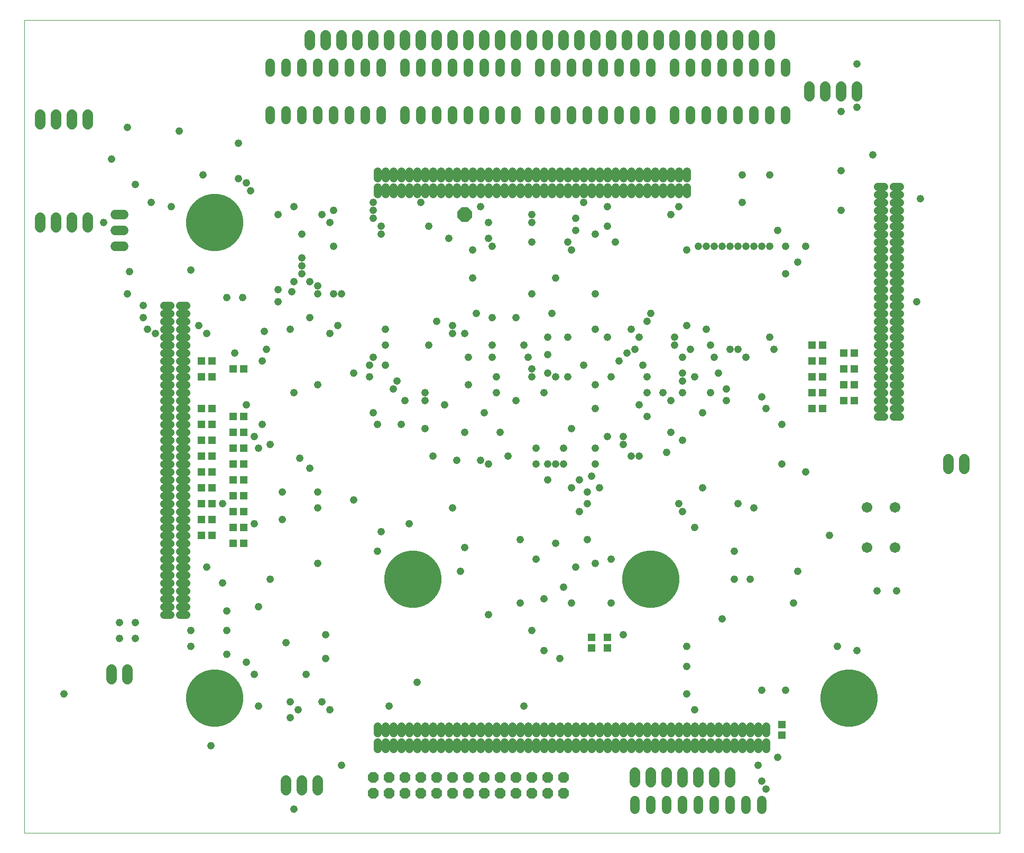
<source format=gbs>
G75*
G70*
%OFA0B0*%
%FSLAX24Y24*%
%IPPOS*%
%LPD*%
%AMOC8*
5,1,8,0,0,1.08239X$1,22.5*
%
%ADD10C,0.0000*%
%ADD11C,0.0500*%
%ADD12C,0.0600*%
%ADD13R,0.0474X0.0513*%
%ADD14R,0.0513X0.0474*%
%ADD15C,0.0680*%
%ADD16OC8,0.0680*%
%ADD17C,0.0674*%
%ADD18OC8,0.0930*%
%ADD19C,0.3623*%
%ADD20C,0.0476*%
D10*
X003680Y002180D02*
X003680Y053430D01*
X065180Y053430D01*
X065180Y002180D01*
X003680Y002180D01*
D11*
X012470Y015930D02*
X012890Y015930D01*
X012890Y016430D02*
X012470Y016430D01*
X012470Y016930D02*
X012890Y016930D01*
X012890Y017430D02*
X012470Y017430D01*
X012470Y017930D02*
X012890Y017930D01*
X012890Y018430D02*
X012470Y018430D01*
X012470Y018930D02*
X012890Y018930D01*
X012890Y019430D02*
X012470Y019430D01*
X012470Y019930D02*
X012890Y019930D01*
X012890Y020430D02*
X012470Y020430D01*
X012470Y020930D02*
X012890Y020930D01*
X012890Y021430D02*
X012470Y021430D01*
X012470Y021930D02*
X012890Y021930D01*
X012890Y022430D02*
X012470Y022430D01*
X012470Y022930D02*
X012890Y022930D01*
X012890Y023430D02*
X012470Y023430D01*
X012470Y023930D02*
X012890Y023930D01*
X012890Y024430D02*
X012470Y024430D01*
X012470Y024930D02*
X012890Y024930D01*
X012890Y025430D02*
X012470Y025430D01*
X012470Y025930D02*
X012890Y025930D01*
X012890Y026430D02*
X012470Y026430D01*
X012470Y026930D02*
X012890Y026930D01*
X012890Y027430D02*
X012470Y027430D01*
X012470Y027930D02*
X012890Y027930D01*
X012890Y028430D02*
X012470Y028430D01*
X012470Y028930D02*
X012890Y028930D01*
X012890Y029430D02*
X012470Y029430D01*
X012470Y029930D02*
X012890Y029930D01*
X012890Y030430D02*
X012470Y030430D01*
X012470Y030930D02*
X012890Y030930D01*
X012890Y031430D02*
X012470Y031430D01*
X012470Y031930D02*
X012890Y031930D01*
X012890Y032430D02*
X012470Y032430D01*
X012470Y032930D02*
X012890Y032930D01*
X012890Y033430D02*
X012470Y033430D01*
X012470Y033930D02*
X012890Y033930D01*
X012890Y034430D02*
X012470Y034430D01*
X012470Y034930D02*
X012890Y034930D01*
X012890Y035430D02*
X012470Y035430D01*
X013470Y035430D02*
X013890Y035430D01*
X013890Y034930D02*
X013470Y034930D01*
X013470Y034430D02*
X013890Y034430D01*
X013890Y033930D02*
X013470Y033930D01*
X013470Y033430D02*
X013890Y033430D01*
X013890Y032930D02*
X013470Y032930D01*
X013470Y032430D02*
X013890Y032430D01*
X013890Y031930D02*
X013470Y031930D01*
X013470Y031430D02*
X013890Y031430D01*
X013890Y030930D02*
X013470Y030930D01*
X013470Y030430D02*
X013890Y030430D01*
X013890Y029930D02*
X013470Y029930D01*
X013470Y029430D02*
X013890Y029430D01*
X013890Y028930D02*
X013470Y028930D01*
X013470Y028430D02*
X013890Y028430D01*
X013890Y027930D02*
X013470Y027930D01*
X013470Y027430D02*
X013890Y027430D01*
X013890Y026930D02*
X013470Y026930D01*
X013470Y026430D02*
X013890Y026430D01*
X013890Y025930D02*
X013470Y025930D01*
X013470Y025430D02*
X013890Y025430D01*
X013890Y024930D02*
X013470Y024930D01*
X013470Y024430D02*
X013890Y024430D01*
X013890Y023930D02*
X013470Y023930D01*
X013470Y023430D02*
X013890Y023430D01*
X013890Y022930D02*
X013470Y022930D01*
X013470Y022430D02*
X013890Y022430D01*
X013890Y021930D02*
X013470Y021930D01*
X013470Y021430D02*
X013890Y021430D01*
X013890Y020930D02*
X013470Y020930D01*
X013470Y020430D02*
X013890Y020430D01*
X013890Y019930D02*
X013470Y019930D01*
X013470Y019430D02*
X013890Y019430D01*
X013890Y018930D02*
X013470Y018930D01*
X013470Y018430D02*
X013890Y018430D01*
X013890Y017930D02*
X013470Y017930D01*
X013470Y017430D02*
X013890Y017430D01*
X013890Y016930D02*
X013470Y016930D01*
X013470Y016430D02*
X013890Y016430D01*
X013890Y015930D02*
X013470Y015930D01*
X025930Y008890D02*
X025930Y008470D01*
X026430Y008470D02*
X026430Y008890D01*
X026930Y008890D02*
X026930Y008470D01*
X027430Y008470D02*
X027430Y008890D01*
X027930Y008890D02*
X027930Y008470D01*
X028430Y008470D02*
X028430Y008890D01*
X028930Y008890D02*
X028930Y008470D01*
X029430Y008470D02*
X029430Y008890D01*
X029930Y008890D02*
X029930Y008470D01*
X030430Y008470D02*
X030430Y008890D01*
X030930Y008890D02*
X030930Y008470D01*
X031430Y008470D02*
X031430Y008890D01*
X031930Y008890D02*
X031930Y008470D01*
X032430Y008470D02*
X032430Y008890D01*
X032930Y008890D02*
X032930Y008470D01*
X033430Y008470D02*
X033430Y008890D01*
X033930Y008890D02*
X033930Y008470D01*
X034430Y008470D02*
X034430Y008890D01*
X034930Y008890D02*
X034930Y008470D01*
X035430Y008470D02*
X035430Y008890D01*
X035930Y008890D02*
X035930Y008470D01*
X036430Y008470D02*
X036430Y008890D01*
X036930Y008890D02*
X036930Y008470D01*
X037430Y008470D02*
X037430Y008890D01*
X037930Y008890D02*
X037930Y008470D01*
X038430Y008470D02*
X038430Y008890D01*
X038930Y008890D02*
X038930Y008470D01*
X039430Y008470D02*
X039430Y008890D01*
X039930Y008890D02*
X039930Y008470D01*
X040430Y008470D02*
X040430Y008890D01*
X040930Y008890D02*
X040930Y008470D01*
X041430Y008470D02*
X041430Y008890D01*
X041930Y008890D02*
X041930Y008470D01*
X042430Y008470D02*
X042430Y008890D01*
X042930Y008890D02*
X042930Y008470D01*
X043430Y008470D02*
X043430Y008890D01*
X043930Y008890D02*
X043930Y008470D01*
X044430Y008470D02*
X044430Y008890D01*
X044930Y008890D02*
X044930Y008470D01*
X045430Y008470D02*
X045430Y008890D01*
X045930Y008890D02*
X045930Y008470D01*
X046430Y008470D02*
X046430Y008890D01*
X046930Y008890D02*
X046930Y008470D01*
X047430Y008470D02*
X047430Y008890D01*
X047930Y008890D02*
X047930Y008470D01*
X048430Y008470D02*
X048430Y008890D01*
X048930Y008890D02*
X048930Y008470D01*
X049430Y008470D02*
X049430Y008890D01*
X049930Y008890D02*
X049930Y008470D01*
X050430Y008470D02*
X050430Y008890D01*
X050430Y007890D02*
X050430Y007470D01*
X049930Y007470D02*
X049930Y007890D01*
X049430Y007890D02*
X049430Y007470D01*
X048930Y007470D02*
X048930Y007890D01*
X048430Y007890D02*
X048430Y007470D01*
X047930Y007470D02*
X047930Y007890D01*
X047430Y007890D02*
X047430Y007470D01*
X046930Y007470D02*
X046930Y007890D01*
X046430Y007890D02*
X046430Y007470D01*
X045930Y007470D02*
X045930Y007890D01*
X045430Y007890D02*
X045430Y007470D01*
X044930Y007470D02*
X044930Y007890D01*
X044430Y007890D02*
X044430Y007470D01*
X043930Y007470D02*
X043930Y007890D01*
X043430Y007890D02*
X043430Y007470D01*
X042930Y007470D02*
X042930Y007890D01*
X042430Y007890D02*
X042430Y007470D01*
X041930Y007470D02*
X041930Y007890D01*
X041430Y007890D02*
X041430Y007470D01*
X040930Y007470D02*
X040930Y007890D01*
X040430Y007890D02*
X040430Y007470D01*
X039930Y007470D02*
X039930Y007890D01*
X039430Y007890D02*
X039430Y007470D01*
X038930Y007470D02*
X038930Y007890D01*
X038430Y007890D02*
X038430Y007470D01*
X037930Y007470D02*
X037930Y007890D01*
X037430Y007890D02*
X037430Y007470D01*
X036930Y007470D02*
X036930Y007890D01*
X036430Y007890D02*
X036430Y007470D01*
X035930Y007470D02*
X035930Y007890D01*
X035430Y007890D02*
X035430Y007470D01*
X034930Y007470D02*
X034930Y007890D01*
X034430Y007890D02*
X034430Y007470D01*
X033930Y007470D02*
X033930Y007890D01*
X033430Y007890D02*
X033430Y007470D01*
X032930Y007470D02*
X032930Y007890D01*
X032430Y007890D02*
X032430Y007470D01*
X031930Y007470D02*
X031930Y007890D01*
X031430Y007890D02*
X031430Y007470D01*
X030930Y007470D02*
X030930Y007890D01*
X030430Y007890D02*
X030430Y007470D01*
X029930Y007470D02*
X029930Y007890D01*
X029430Y007890D02*
X029430Y007470D01*
X028930Y007470D02*
X028930Y007890D01*
X028430Y007890D02*
X028430Y007470D01*
X027930Y007470D02*
X027930Y007890D01*
X027430Y007890D02*
X027430Y007470D01*
X026930Y007470D02*
X026930Y007890D01*
X026430Y007890D02*
X026430Y007470D01*
X025930Y007470D02*
X025930Y007890D01*
X057470Y028430D02*
X057890Y028430D01*
X057890Y028930D02*
X057470Y028930D01*
X057470Y029430D02*
X057890Y029430D01*
X057890Y029930D02*
X057470Y029930D01*
X057470Y030430D02*
X057890Y030430D01*
X057890Y030930D02*
X057470Y030930D01*
X057470Y031430D02*
X057890Y031430D01*
X057890Y031930D02*
X057470Y031930D01*
X057470Y032430D02*
X057890Y032430D01*
X057890Y032930D02*
X057470Y032930D01*
X057470Y033430D02*
X057890Y033430D01*
X057890Y033930D02*
X057470Y033930D01*
X057470Y034430D02*
X057890Y034430D01*
X057890Y034930D02*
X057470Y034930D01*
X057470Y035430D02*
X057890Y035430D01*
X057890Y035930D02*
X057470Y035930D01*
X057470Y036430D02*
X057890Y036430D01*
X057890Y036930D02*
X057470Y036930D01*
X057470Y037430D02*
X057890Y037430D01*
X057890Y037930D02*
X057470Y037930D01*
X057470Y038430D02*
X057890Y038430D01*
X057890Y038930D02*
X057470Y038930D01*
X057470Y039430D02*
X057890Y039430D01*
X057890Y039930D02*
X057470Y039930D01*
X057470Y040430D02*
X057890Y040430D01*
X057890Y040930D02*
X057470Y040930D01*
X057470Y041430D02*
X057890Y041430D01*
X057890Y041930D02*
X057470Y041930D01*
X057470Y042430D02*
X057890Y042430D01*
X057890Y042930D02*
X057470Y042930D01*
X058470Y042930D02*
X058890Y042930D01*
X058890Y042430D02*
X058470Y042430D01*
X058470Y041930D02*
X058890Y041930D01*
X058890Y041430D02*
X058470Y041430D01*
X058470Y040930D02*
X058890Y040930D01*
X058890Y040430D02*
X058470Y040430D01*
X058470Y039930D02*
X058890Y039930D01*
X058890Y039430D02*
X058470Y039430D01*
X058470Y038930D02*
X058890Y038930D01*
X058890Y038430D02*
X058470Y038430D01*
X058470Y037930D02*
X058890Y037930D01*
X058890Y037430D02*
X058470Y037430D01*
X058470Y036930D02*
X058890Y036930D01*
X058890Y036430D02*
X058470Y036430D01*
X058470Y035930D02*
X058890Y035930D01*
X058890Y035430D02*
X058470Y035430D01*
X058470Y034930D02*
X058890Y034930D01*
X058890Y034430D02*
X058470Y034430D01*
X058470Y033930D02*
X058890Y033930D01*
X058890Y033430D02*
X058470Y033430D01*
X058470Y032930D02*
X058890Y032930D01*
X058890Y032430D02*
X058470Y032430D01*
X058470Y031930D02*
X058890Y031930D01*
X058890Y031430D02*
X058470Y031430D01*
X058470Y030930D02*
X058890Y030930D01*
X058890Y030430D02*
X058470Y030430D01*
X058470Y029930D02*
X058890Y029930D01*
X058890Y029430D02*
X058470Y029430D01*
X058470Y028930D02*
X058890Y028930D01*
X058890Y028430D02*
X058470Y028430D01*
X045430Y042470D02*
X045430Y042890D01*
X044930Y042890D02*
X044930Y042470D01*
X044430Y042470D02*
X044430Y042890D01*
X043930Y042890D02*
X043930Y042470D01*
X043430Y042470D02*
X043430Y042890D01*
X042930Y042890D02*
X042930Y042470D01*
X042430Y042470D02*
X042430Y042890D01*
X041930Y042890D02*
X041930Y042470D01*
X041430Y042470D02*
X041430Y042890D01*
X040930Y042890D02*
X040930Y042470D01*
X040430Y042470D02*
X040430Y042890D01*
X039930Y042890D02*
X039930Y042470D01*
X039430Y042470D02*
X039430Y042890D01*
X038930Y042890D02*
X038930Y042470D01*
X038430Y042470D02*
X038430Y042890D01*
X037930Y042890D02*
X037930Y042470D01*
X037430Y042470D02*
X037430Y042890D01*
X036930Y042890D02*
X036930Y042470D01*
X036430Y042470D02*
X036430Y042890D01*
X035930Y042890D02*
X035930Y042470D01*
X035430Y042470D02*
X035430Y042890D01*
X034930Y042890D02*
X034930Y042470D01*
X034430Y042470D02*
X034430Y042890D01*
X033930Y042890D02*
X033930Y042470D01*
X033430Y042470D02*
X033430Y042890D01*
X032930Y042890D02*
X032930Y042470D01*
X032430Y042470D02*
X032430Y042890D01*
X031930Y042890D02*
X031930Y042470D01*
X031430Y042470D02*
X031430Y042890D01*
X030930Y042890D02*
X030930Y042470D01*
X030430Y042470D02*
X030430Y042890D01*
X029930Y042890D02*
X029930Y042470D01*
X029430Y042470D02*
X029430Y042890D01*
X028930Y042890D02*
X028930Y042470D01*
X028430Y042470D02*
X028430Y042890D01*
X027930Y042890D02*
X027930Y042470D01*
X027430Y042470D02*
X027430Y042890D01*
X026930Y042890D02*
X026930Y042470D01*
X026430Y042470D02*
X026430Y042890D01*
X025930Y042890D02*
X025930Y042470D01*
X025930Y043470D02*
X025930Y043890D01*
X026430Y043890D02*
X026430Y043470D01*
X026930Y043470D02*
X026930Y043890D01*
X027430Y043890D02*
X027430Y043470D01*
X027930Y043470D02*
X027930Y043890D01*
X028430Y043890D02*
X028430Y043470D01*
X028930Y043470D02*
X028930Y043890D01*
X029430Y043890D02*
X029430Y043470D01*
X029930Y043470D02*
X029930Y043890D01*
X030430Y043890D02*
X030430Y043470D01*
X030930Y043470D02*
X030930Y043890D01*
X031430Y043890D02*
X031430Y043470D01*
X031930Y043470D02*
X031930Y043890D01*
X032430Y043890D02*
X032430Y043470D01*
X032930Y043470D02*
X032930Y043890D01*
X033430Y043890D02*
X033430Y043470D01*
X033930Y043470D02*
X033930Y043890D01*
X034430Y043890D02*
X034430Y043470D01*
X034930Y043470D02*
X034930Y043890D01*
X035430Y043890D02*
X035430Y043470D01*
X035930Y043470D02*
X035930Y043890D01*
X036430Y043890D02*
X036430Y043470D01*
X036930Y043470D02*
X036930Y043890D01*
X037430Y043890D02*
X037430Y043470D01*
X037930Y043470D02*
X037930Y043890D01*
X038430Y043890D02*
X038430Y043470D01*
X038930Y043470D02*
X038930Y043890D01*
X039430Y043890D02*
X039430Y043470D01*
X039930Y043470D02*
X039930Y043890D01*
X040430Y043890D02*
X040430Y043470D01*
X040930Y043470D02*
X040930Y043890D01*
X041430Y043890D02*
X041430Y043470D01*
X041930Y043470D02*
X041930Y043890D01*
X042430Y043890D02*
X042430Y043470D01*
X042930Y043470D02*
X042930Y043890D01*
X043430Y043890D02*
X043430Y043470D01*
X043930Y043470D02*
X043930Y043890D01*
X044430Y043890D02*
X044430Y043470D01*
X044930Y043470D02*
X044930Y043890D01*
X045430Y043890D02*
X045430Y043470D01*
D12*
X045680Y047170D02*
X045680Y047690D01*
X044680Y047690D02*
X044680Y047170D01*
X043180Y047170D02*
X043180Y047690D01*
X042180Y047690D02*
X042180Y047170D01*
X041180Y047170D02*
X041180Y047690D01*
X040180Y047690D02*
X040180Y047170D01*
X039180Y047170D02*
X039180Y047690D01*
X038180Y047690D02*
X038180Y047170D01*
X037180Y047170D02*
X037180Y047690D01*
X036180Y047690D02*
X036180Y047170D01*
X034680Y047170D02*
X034680Y047690D01*
X033680Y047690D02*
X033680Y047170D01*
X032680Y047170D02*
X032680Y047690D01*
X031680Y047690D02*
X031680Y047170D01*
X030680Y047170D02*
X030680Y047690D01*
X029680Y047690D02*
X029680Y047170D01*
X028680Y047170D02*
X028680Y047690D01*
X027680Y047690D02*
X027680Y047170D01*
X026180Y047170D02*
X026180Y047690D01*
X025180Y047690D02*
X025180Y047170D01*
X024180Y047170D02*
X024180Y047690D01*
X023180Y047690D02*
X023180Y047170D01*
X022180Y047170D02*
X022180Y047690D01*
X021180Y047690D02*
X021180Y047170D01*
X020180Y047170D02*
X020180Y047690D01*
X019180Y047690D02*
X019180Y047170D01*
X019180Y050170D02*
X019180Y050690D01*
X020180Y050690D02*
X020180Y050170D01*
X021180Y050170D02*
X021180Y050690D01*
X022180Y050690D02*
X022180Y050170D01*
X023180Y050170D02*
X023180Y050690D01*
X024180Y050690D02*
X024180Y050170D01*
X025180Y050170D02*
X025180Y050690D01*
X026180Y050690D02*
X026180Y050170D01*
X027680Y050170D02*
X027680Y050690D01*
X028680Y050690D02*
X028680Y050170D01*
X029680Y050170D02*
X029680Y050690D01*
X030680Y050690D02*
X030680Y050170D01*
X031680Y050170D02*
X031680Y050690D01*
X032680Y050690D02*
X032680Y050170D01*
X033680Y050170D02*
X033680Y050690D01*
X034680Y050690D02*
X034680Y050170D01*
X036180Y050170D02*
X036180Y050690D01*
X037180Y050690D02*
X037180Y050170D01*
X038180Y050170D02*
X038180Y050690D01*
X039180Y050690D02*
X039180Y050170D01*
X040180Y050170D02*
X040180Y050690D01*
X041180Y050690D02*
X041180Y050170D01*
X042180Y050170D02*
X042180Y050690D01*
X043180Y050690D02*
X043180Y050170D01*
X044680Y050170D02*
X044680Y050690D01*
X045680Y050690D02*
X045680Y050170D01*
X046680Y050170D02*
X046680Y050690D01*
X047680Y050690D02*
X047680Y050170D01*
X048680Y050170D02*
X048680Y050690D01*
X049680Y050690D02*
X049680Y050170D01*
X050680Y050170D02*
X050680Y050690D01*
X051680Y050690D02*
X051680Y050170D01*
X051680Y047690D02*
X051680Y047170D01*
X050680Y047170D02*
X050680Y047690D01*
X049680Y047690D02*
X049680Y047170D01*
X048680Y047170D02*
X048680Y047690D01*
X047680Y047690D02*
X047680Y047170D01*
X046680Y047170D02*
X046680Y047690D01*
X009940Y041180D02*
X009420Y041180D01*
X009420Y040180D02*
X009940Y040180D01*
X009940Y039180D02*
X009420Y039180D01*
X042180Y004190D02*
X042180Y003670D01*
X043180Y003670D02*
X043180Y004190D01*
X044180Y004190D02*
X044180Y003670D01*
X045180Y003670D02*
X045180Y004190D01*
X046180Y004190D02*
X046180Y003670D01*
X047180Y003670D02*
X047180Y004190D01*
X048180Y004190D02*
X048180Y003670D01*
X049180Y003670D02*
X049180Y004190D01*
X050180Y004190D02*
X050180Y003670D01*
D13*
X053345Y028930D03*
X054015Y028930D03*
X054015Y029930D03*
X053345Y029930D03*
X053345Y030930D03*
X054015Y030930D03*
X054015Y031930D03*
X053345Y031930D03*
X053345Y032930D03*
X054015Y032930D03*
X055345Y032430D03*
X056015Y032430D03*
X056015Y031430D03*
X055345Y031430D03*
X055345Y030430D03*
X056015Y030430D03*
X056015Y029430D03*
X055345Y029430D03*
X017515Y028430D03*
X016845Y028430D03*
X016845Y027430D03*
X017515Y027430D03*
X017515Y026430D03*
X016845Y026430D03*
X016845Y025430D03*
X017515Y025430D03*
X017515Y024430D03*
X016845Y024430D03*
X016845Y023430D03*
X017515Y023430D03*
X017515Y022430D03*
X016845Y022430D03*
X016845Y021430D03*
X017515Y021430D03*
X017515Y020430D03*
X016845Y020430D03*
X015515Y020930D03*
X014845Y020930D03*
X014845Y021930D03*
X015515Y021930D03*
X015515Y022930D03*
X014845Y022930D03*
X014845Y023930D03*
X015515Y023930D03*
X015515Y024930D03*
X014845Y024930D03*
X014845Y025930D03*
X015515Y025930D03*
X015515Y026930D03*
X014845Y026930D03*
X014845Y027930D03*
X015515Y027930D03*
X015515Y028930D03*
X014845Y028930D03*
X014845Y030930D03*
X015515Y030930D03*
X015515Y031930D03*
X014845Y031930D03*
X016845Y031430D03*
X017515Y031430D03*
D14*
X039430Y014515D03*
X039430Y013845D03*
X040430Y013845D03*
X040430Y014515D03*
X051430Y009015D03*
X051430Y008345D03*
D15*
X048180Y005980D02*
X048180Y005380D01*
X047180Y005380D02*
X047180Y005980D01*
X046180Y005980D02*
X046180Y005380D01*
X045180Y005380D02*
X045180Y005980D01*
X044180Y005980D02*
X044180Y005380D01*
X043180Y005380D02*
X043180Y005980D01*
X042180Y005980D02*
X042180Y005380D01*
X022180Y005480D02*
X022180Y004880D01*
X021180Y004880D02*
X021180Y005480D01*
X020180Y005480D02*
X020180Y004880D01*
X010180Y011880D02*
X010180Y012480D01*
X009180Y012480D02*
X009180Y011880D01*
X007680Y040380D02*
X007680Y040980D01*
X006680Y040980D02*
X006680Y040380D01*
X005680Y040380D02*
X005680Y040980D01*
X004680Y040980D02*
X004680Y040380D01*
X004680Y046880D02*
X004680Y047480D01*
X005680Y047480D02*
X005680Y046880D01*
X006680Y046880D02*
X006680Y047480D01*
X007680Y047480D02*
X007680Y046880D01*
X021680Y051880D02*
X021680Y052480D01*
X022680Y052480D02*
X022680Y051880D01*
X023680Y051880D02*
X023680Y052480D01*
X024680Y052480D02*
X024680Y051880D01*
X025680Y051880D02*
X025680Y052480D01*
X026680Y052480D02*
X026680Y051880D01*
X027680Y051880D02*
X027680Y052480D01*
X028680Y052480D02*
X028680Y051880D01*
X029680Y051880D02*
X029680Y052480D01*
X030680Y052480D02*
X030680Y051880D01*
X031680Y051880D02*
X031680Y052480D01*
X032680Y052480D02*
X032680Y051880D01*
X033680Y051880D02*
X033680Y052480D01*
X034680Y052480D02*
X034680Y051880D01*
X035680Y051880D02*
X035680Y052480D01*
X036680Y052480D02*
X036680Y051880D01*
X037680Y051880D02*
X037680Y052480D01*
X038680Y052480D02*
X038680Y051880D01*
X039680Y051880D02*
X039680Y052480D01*
X040680Y052480D02*
X040680Y051880D01*
X041680Y051880D02*
X041680Y052480D01*
X042680Y052480D02*
X042680Y051880D01*
X043680Y051880D02*
X043680Y052480D01*
X044680Y052480D02*
X044680Y051880D01*
X045680Y051880D02*
X045680Y052480D01*
X046680Y052480D02*
X046680Y051880D01*
X047680Y051880D02*
X047680Y052480D01*
X048680Y052480D02*
X048680Y051880D01*
X049680Y051880D02*
X049680Y052480D01*
X050680Y052480D02*
X050680Y051880D01*
X053180Y049230D02*
X053180Y048630D01*
X054180Y048630D02*
X054180Y049230D01*
X055180Y049230D02*
X055180Y048630D01*
X056180Y048630D02*
X056180Y049230D01*
X061930Y025730D02*
X061930Y025130D01*
X062930Y025130D02*
X062930Y025730D01*
D16*
X037680Y005680D03*
X036680Y005680D03*
X036680Y004680D03*
X037680Y004680D03*
X035680Y004680D03*
X034680Y004680D03*
X033680Y004680D03*
X033680Y005680D03*
X034680Y005680D03*
X035680Y005680D03*
X032680Y005680D03*
X031680Y005680D03*
X031680Y004680D03*
X032680Y004680D03*
X030680Y004680D03*
X029680Y004680D03*
X029680Y005680D03*
X030680Y005680D03*
X028680Y005680D03*
X027680Y005680D03*
X027680Y004680D03*
X028680Y004680D03*
X026680Y004680D03*
X025680Y004680D03*
X025680Y005680D03*
X026680Y005680D03*
D17*
X056794Y020150D03*
X058566Y020150D03*
X058566Y022710D03*
X056794Y022710D03*
D18*
X031430Y041180D03*
D19*
X015680Y040680D03*
X028180Y018180D03*
X015680Y010680D03*
X043180Y018180D03*
X055680Y010680D03*
D20*
X056180Y013680D03*
X054930Y013930D03*
X052180Y016680D03*
X052430Y018680D03*
X054430Y020930D03*
X057430Y017430D03*
X058680Y017430D03*
X051680Y011180D03*
X050180Y011180D03*
X045930Y009930D03*
X045430Y010930D03*
X045430Y012680D03*
X045430Y013930D03*
X047680Y015680D03*
X048430Y018180D03*
X049430Y018180D03*
X048430Y019930D03*
X045930Y021430D03*
X045180Y022430D03*
X044930Y022930D03*
X046430Y023930D03*
X048680Y022930D03*
X049680Y022680D03*
X051430Y025430D03*
X052930Y024930D03*
X051430Y027930D03*
X050430Y028930D03*
X050180Y029680D03*
X047930Y029430D03*
X047930Y030180D03*
X047430Y031180D03*
X047180Y032180D03*
X046930Y032930D03*
X046680Y033930D03*
X045430Y034180D03*
X044680Y033430D03*
X044680Y032930D03*
X045180Y032180D03*
X045680Y032680D03*
X045180Y031180D03*
X045180Y030680D03*
X045180Y029930D03*
X044430Y029430D03*
X043930Y029930D03*
X042930Y029930D03*
X042430Y029180D03*
X042930Y028430D03*
X044430Y027430D03*
X045180Y026930D03*
X044180Y026180D03*
X042430Y025930D03*
X041930Y025930D03*
X041430Y026680D03*
X041430Y027180D03*
X040430Y027180D03*
X039680Y026430D03*
X039680Y025430D03*
X039430Y024680D03*
X038680Y024430D03*
X038180Y023930D03*
X039180Y023680D03*
X039180Y022930D03*
X038680Y022430D03*
X039930Y023930D03*
X037680Y025430D03*
X037180Y025430D03*
X036680Y025430D03*
X035930Y025430D03*
X035930Y026430D03*
X037680Y026430D03*
X038180Y027680D03*
X039680Y028930D03*
X039680Y030430D03*
X040680Y030930D03*
X041180Y031930D03*
X041680Y032430D03*
X042180Y032680D03*
X042430Y033430D03*
X041930Y033930D03*
X042930Y034430D03*
X043180Y034930D03*
X040430Y033430D03*
X039680Y033930D03*
X037930Y033430D03*
X036680Y033430D03*
X036680Y032345D03*
X036680Y031180D03*
X037180Y030930D03*
X037930Y030930D03*
X038930Y031680D03*
X036430Y029930D03*
X035680Y030930D03*
X035680Y031430D03*
X035430Y032180D03*
X035180Y032930D03*
X033180Y032930D03*
X033180Y032180D03*
X033430Y030930D03*
X033430Y029930D03*
X034680Y029430D03*
X032680Y028680D03*
X033680Y027430D03*
X034180Y025930D03*
X032930Y025430D03*
X032430Y025680D03*
X030930Y025680D03*
X029430Y025930D03*
X028930Y027680D03*
X027430Y027930D03*
X025930Y027930D03*
X025680Y028680D03*
X026930Y030180D03*
X027180Y030680D03*
X026430Y031680D03*
X025680Y032180D03*
X025430Y031680D03*
X025430Y030930D03*
X024430Y031180D03*
X026430Y032930D03*
X026430Y033930D03*
X029180Y032930D03*
X030680Y033680D03*
X030680Y034180D03*
X031430Y033680D03*
X032180Y034930D03*
X033180Y034680D03*
X034680Y034680D03*
X035680Y036180D03*
X036930Y034930D03*
X037180Y037180D03*
X038180Y038930D03*
X037930Y039430D03*
X038430Y040180D03*
X039680Y039930D03*
X040430Y040430D03*
X040930Y039430D03*
X038430Y040930D03*
X038930Y041930D03*
X040430Y041680D03*
X044430Y041180D03*
X044930Y041680D03*
X046180Y039180D03*
X046680Y039180D03*
X047180Y039180D03*
X047680Y039180D03*
X048180Y039180D03*
X048680Y039180D03*
X049180Y039180D03*
X049680Y039180D03*
X050180Y039180D03*
X050680Y039180D03*
X051680Y039180D03*
X051180Y040180D03*
X052930Y039180D03*
X052430Y038180D03*
X051680Y037430D03*
X055180Y041430D03*
X055180Y043930D03*
X057180Y044930D03*
X056180Y047930D03*
X055180Y047680D03*
X056180Y050680D03*
X050680Y043680D03*
X048930Y043680D03*
X048930Y041930D03*
X045430Y038930D03*
X039680Y036180D03*
X035680Y039430D03*
X035680Y040680D03*
X035680Y041180D03*
X033180Y039180D03*
X032930Y039680D03*
X032930Y040680D03*
X032430Y041680D03*
X030430Y039680D03*
X029180Y040430D03*
X028680Y041930D03*
X026180Y040430D03*
X026180Y039930D03*
X025680Y040930D03*
X025680Y041430D03*
X025680Y041930D03*
X023180Y041430D03*
X022430Y041180D03*
X022930Y040680D03*
X023180Y039180D03*
X021180Y038430D03*
X021180Y037930D03*
X021180Y037430D03*
X020680Y036930D03*
X019680Y036430D03*
X020555Y036305D03*
X019680Y035680D03*
X020430Y033930D03*
X021680Y034680D03*
X022180Y036180D03*
X022180Y036680D03*
X021680Y036930D03*
X023180Y036180D03*
X023680Y036180D03*
X023430Y034180D03*
X022930Y033680D03*
X022180Y030430D03*
X020680Y029930D03*
X018680Y027930D03*
X018180Y027180D03*
X018430Y026430D03*
X019180Y026680D03*
X021055Y025805D03*
X021680Y025180D03*
X022180Y023680D03*
X022180Y022680D03*
X019930Y021930D03*
X019930Y023680D03*
X018180Y021680D03*
X016180Y022930D03*
X015180Y018930D03*
X016180Y017930D03*
X018430Y016430D03*
X019180Y018180D03*
X022180Y019180D03*
X025930Y019930D03*
X026180Y021180D03*
X027930Y021680D03*
X030680Y022680D03*
X031430Y020180D03*
X031180Y018680D03*
X032930Y015930D03*
X034930Y016680D03*
X036430Y016930D03*
X037680Y017680D03*
X038180Y016680D03*
X038430Y018930D03*
X039680Y019180D03*
X040680Y019430D03*
X039180Y020680D03*
X037180Y020430D03*
X035930Y019430D03*
X034930Y020680D03*
X036680Y024430D03*
X031430Y027430D03*
X030180Y029180D03*
X028930Y029430D03*
X028930Y029930D03*
X027680Y029430D03*
X031680Y030430D03*
X031680Y032180D03*
X029680Y034430D03*
X031930Y037180D03*
X031930Y038930D03*
X021180Y039930D03*
X019680Y041180D03*
X020680Y041680D03*
X017930Y042680D03*
X017680Y043180D03*
X017180Y043430D03*
X014930Y043680D03*
X017180Y045680D03*
X013430Y046430D03*
X010180Y046680D03*
X009180Y044680D03*
X010680Y043066D03*
X011680Y041930D03*
X012930Y041680D03*
X014180Y037680D03*
X016430Y035930D03*
X017430Y035930D03*
X018805Y033805D03*
X018930Y032680D03*
X018680Y031930D03*
X016930Y032430D03*
X015180Y033680D03*
X014680Y034180D03*
X011930Y033680D03*
X011430Y033930D03*
X011180Y034680D03*
X011180Y035430D03*
X010180Y036180D03*
X010305Y037555D03*
X008680Y040680D03*
X017680Y029180D03*
X024430Y023180D03*
X016430Y016180D03*
X016430Y014930D03*
X016430Y013430D03*
X017680Y012930D03*
X018180Y012180D03*
X018430Y010180D03*
X020430Y010430D03*
X020930Y009930D03*
X020430Y009430D03*
X022430Y010430D03*
X022930Y009930D03*
X021430Y012180D03*
X022680Y013180D03*
X022680Y014680D03*
X020180Y014180D03*
X014180Y013930D03*
X014180Y014930D03*
X010680Y014430D03*
X009680Y014430D03*
X009680Y015430D03*
X010680Y015430D03*
X006180Y010930D03*
X015430Y007680D03*
X020680Y003680D03*
X023680Y006430D03*
X026680Y010180D03*
X028430Y011680D03*
X035180Y010180D03*
X037430Y013180D03*
X036430Y013680D03*
X035680Y014930D03*
X040680Y016680D03*
X041430Y014680D03*
X051180Y006930D03*
X049930Y006430D03*
X050180Y005430D03*
X050430Y004930D03*
X046430Y028680D03*
X046930Y029930D03*
X045930Y030930D03*
X048180Y032680D03*
X048680Y032680D03*
X049180Y032180D03*
X050930Y032680D03*
X050680Y033430D03*
X042930Y030930D03*
X042680Y031680D03*
X059930Y035680D03*
X060180Y042180D03*
M02*

</source>
